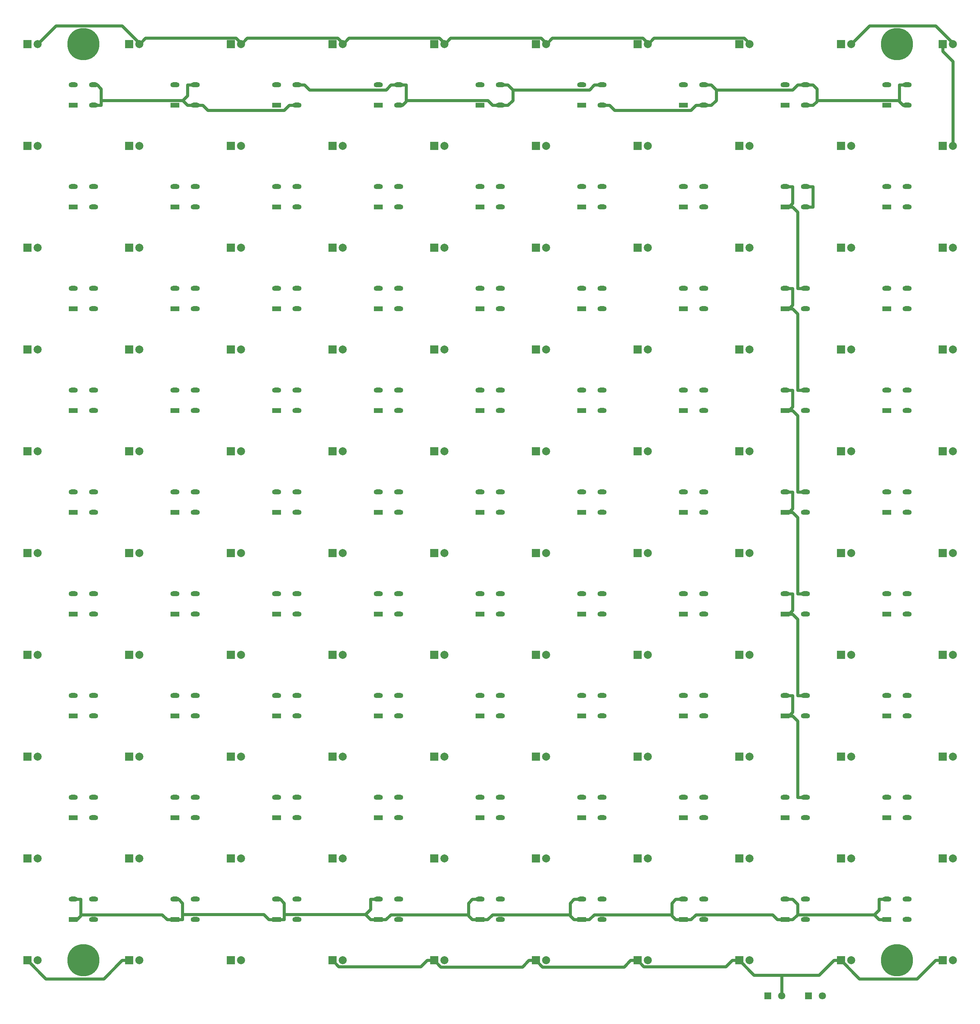
<source format=gbr>
G04 #@! TF.GenerationSoftware,KiCad,Pcbnew,5.1.2-f72e74a~84~ubuntu16.04.1*
G04 #@! TF.CreationDate,2019-10-21T15:23:02-07:00*
G04 #@! TF.ProjectId,dual_led_array,6475616c-5f6c-4656-945f-61727261792e,rev?*
G04 #@! TF.SameCoordinates,Original*
G04 #@! TF.FileFunction,Copper,L1,Top*
G04 #@! TF.FilePolarity,Positive*
%FSLAX46Y46*%
G04 Gerber Fmt 4.6, Leading zero omitted, Abs format (unit mm)*
G04 Created by KiCad (PCBNEW 5.1.2-f72e74a~84~ubuntu16.04.1) date 2019-10-21 15:23:02*
%MOMM*%
%LPD*%
G04 APERTURE LIST*
%ADD10C,8.026400*%
%ADD11C,2.000000*%
%ADD12R,2.000000X2.000000*%
%ADD13O,2.286000X1.270000*%
%ADD14R,2.286000X1.270000*%
%ADD15C,1.800000*%
%ADD16R,1.800000X1.800000*%
%ADD17C,0.762000*%
G04 APERTURE END LIST*
D10*
X279400000Y-292100000D03*
X76200000Y-292100000D03*
X76200000Y-63500000D03*
X279400000Y-63500000D03*
D11*
X64770000Y-63500000D03*
D12*
X62230000Y-63500000D03*
D11*
X64770000Y-88900000D03*
D12*
X62230000Y-88900000D03*
D11*
X64770000Y-114300000D03*
D12*
X62230000Y-114300000D03*
D11*
X64770000Y-139700000D03*
D12*
X62230000Y-139700000D03*
D11*
X64770000Y-165100000D03*
D12*
X62230000Y-165100000D03*
D11*
X64770000Y-190500000D03*
D12*
X62230000Y-190500000D03*
D11*
X64770000Y-215900000D03*
D12*
X62230000Y-215900000D03*
D11*
X64770000Y-241300000D03*
D12*
X62230000Y-241300000D03*
D11*
X64770000Y-266700000D03*
D12*
X62230000Y-266700000D03*
D11*
X64770000Y-292100000D03*
D12*
X62230000Y-292100000D03*
D11*
X90170000Y-63500000D03*
D12*
X87630000Y-63500000D03*
D11*
X90170000Y-88900000D03*
D12*
X87630000Y-88900000D03*
D11*
X90170000Y-114300000D03*
D12*
X87630000Y-114300000D03*
D11*
X90170000Y-139700000D03*
D12*
X87630000Y-139700000D03*
D11*
X90170000Y-165100000D03*
D12*
X87630000Y-165100000D03*
D11*
X90170000Y-190500000D03*
D12*
X87630000Y-190500000D03*
D11*
X90170000Y-215900000D03*
D12*
X87630000Y-215900000D03*
D11*
X90170000Y-241300000D03*
D12*
X87630000Y-241300000D03*
D11*
X90170000Y-266700000D03*
D12*
X87630000Y-266700000D03*
D11*
X90170000Y-292100000D03*
D12*
X87630000Y-292100000D03*
D11*
X115570000Y-63500000D03*
D12*
X113030000Y-63500000D03*
D11*
X115570000Y-88900000D03*
D12*
X113030000Y-88900000D03*
D11*
X115570000Y-114300000D03*
D12*
X113030000Y-114300000D03*
D11*
X115570000Y-139700000D03*
D12*
X113030000Y-139700000D03*
D11*
X115570000Y-165100000D03*
D12*
X113030000Y-165100000D03*
D11*
X115570000Y-190500000D03*
D12*
X113030000Y-190500000D03*
D11*
X115570000Y-215900000D03*
D12*
X113030000Y-215900000D03*
D11*
X115570000Y-241300000D03*
D12*
X113030000Y-241300000D03*
D11*
X115570000Y-266700000D03*
D12*
X113030000Y-266700000D03*
D11*
X115570000Y-292100000D03*
D12*
X113030000Y-292100000D03*
D11*
X140970000Y-63500000D03*
D12*
X138430000Y-63500000D03*
D11*
X140970000Y-88900000D03*
D12*
X138430000Y-88900000D03*
D11*
X140970000Y-114300000D03*
D12*
X138430000Y-114300000D03*
D11*
X140970000Y-139700000D03*
D12*
X138430000Y-139700000D03*
D11*
X140970000Y-165100000D03*
D12*
X138430000Y-165100000D03*
D11*
X140970000Y-190500000D03*
D12*
X138430000Y-190500000D03*
D11*
X140970000Y-215900000D03*
D12*
X138430000Y-215900000D03*
D11*
X140970000Y-241300000D03*
D12*
X138430000Y-241300000D03*
D11*
X140970000Y-266700000D03*
D12*
X138430000Y-266700000D03*
D11*
X140970000Y-292100000D03*
D12*
X138430000Y-292100000D03*
D11*
X166370000Y-63500000D03*
D12*
X163830000Y-63500000D03*
D11*
X166370000Y-88900000D03*
D12*
X163830000Y-88900000D03*
D11*
X166370000Y-114300000D03*
D12*
X163830000Y-114300000D03*
D11*
X166370000Y-139700000D03*
D12*
X163830000Y-139700000D03*
D11*
X166370000Y-165100000D03*
D12*
X163830000Y-165100000D03*
D11*
X166370000Y-190500000D03*
D12*
X163830000Y-190500000D03*
D11*
X166370000Y-215900000D03*
D12*
X163830000Y-215900000D03*
D11*
X166370000Y-241300000D03*
D12*
X163830000Y-241300000D03*
D11*
X166370000Y-266700000D03*
D12*
X163830000Y-266700000D03*
D11*
X166370000Y-292100000D03*
D12*
X163830000Y-292100000D03*
D11*
X191770000Y-63500000D03*
D12*
X189230000Y-63500000D03*
D11*
X191770000Y-88900000D03*
D12*
X189230000Y-88900000D03*
D11*
X191770000Y-114300000D03*
D12*
X189230000Y-114300000D03*
D11*
X191770000Y-139700000D03*
D12*
X189230000Y-139700000D03*
D11*
X191770000Y-165100000D03*
D12*
X189230000Y-165100000D03*
D11*
X191770000Y-190500000D03*
D12*
X189230000Y-190500000D03*
D11*
X191770000Y-215900000D03*
D12*
X189230000Y-215900000D03*
D11*
X191770000Y-241300000D03*
D12*
X189230000Y-241300000D03*
D11*
X191770000Y-266700000D03*
D12*
X189230000Y-266700000D03*
D11*
X191770000Y-292100000D03*
D12*
X189230000Y-292100000D03*
D11*
X217170000Y-63500000D03*
D12*
X214630000Y-63500000D03*
D11*
X217170000Y-88900000D03*
D12*
X214630000Y-88900000D03*
D11*
X217170000Y-114300000D03*
D12*
X214630000Y-114300000D03*
D11*
X217170000Y-139700000D03*
D12*
X214630000Y-139700000D03*
D11*
X217170000Y-165100000D03*
D12*
X214630000Y-165100000D03*
D11*
X217170000Y-190500000D03*
D12*
X214630000Y-190500000D03*
D11*
X217170000Y-215900000D03*
D12*
X214630000Y-215900000D03*
D11*
X217170000Y-241300000D03*
D12*
X214630000Y-241300000D03*
D11*
X217170000Y-266700000D03*
D12*
X214630000Y-266700000D03*
D11*
X217170000Y-292100000D03*
D12*
X214630000Y-292100000D03*
D11*
X242570000Y-63500000D03*
D12*
X240030000Y-63500000D03*
D11*
X242570000Y-88900000D03*
D12*
X240030000Y-88900000D03*
D11*
X242570000Y-114300000D03*
D12*
X240030000Y-114300000D03*
D11*
X242570000Y-139700000D03*
D12*
X240030000Y-139700000D03*
D11*
X242570000Y-165100000D03*
D12*
X240030000Y-165100000D03*
D11*
X242570000Y-190500000D03*
D12*
X240030000Y-190500000D03*
D11*
X242570000Y-215900000D03*
D12*
X240030000Y-215900000D03*
D11*
X242570000Y-241300000D03*
D12*
X240030000Y-241300000D03*
D11*
X242570000Y-266700000D03*
D12*
X240030000Y-266700000D03*
D11*
X242570000Y-292100000D03*
D12*
X240030000Y-292100000D03*
D11*
X267970000Y-63500000D03*
D12*
X265430000Y-63500000D03*
D11*
X267970000Y-88900000D03*
D12*
X265430000Y-88900000D03*
D11*
X267970000Y-114300000D03*
D12*
X265430000Y-114300000D03*
D11*
X267970000Y-139700000D03*
D12*
X265430000Y-139700000D03*
D11*
X267970000Y-165100000D03*
D12*
X265430000Y-165100000D03*
D11*
X267970000Y-190500000D03*
D12*
X265430000Y-190500000D03*
D11*
X267970000Y-215900000D03*
D12*
X265430000Y-215900000D03*
D11*
X267970000Y-241300000D03*
D12*
X265430000Y-241300000D03*
D11*
X267970000Y-266700000D03*
D12*
X265430000Y-266700000D03*
D11*
X267970000Y-292100000D03*
D12*
X265430000Y-292100000D03*
D11*
X293370000Y-63500000D03*
D12*
X290830000Y-63500000D03*
D11*
X293370000Y-88900000D03*
D12*
X290830000Y-88900000D03*
D11*
X293370000Y-114300000D03*
D12*
X290830000Y-114300000D03*
D11*
X293370000Y-139700000D03*
D12*
X290830000Y-139700000D03*
D11*
X293370000Y-165100000D03*
D12*
X290830000Y-165100000D03*
D11*
X293370000Y-190500000D03*
D12*
X290830000Y-190500000D03*
D11*
X293370000Y-215900000D03*
D12*
X290830000Y-215900000D03*
D11*
X293370000Y-241300000D03*
D12*
X290830000Y-241300000D03*
D11*
X293370000Y-266700000D03*
D12*
X290830000Y-266700000D03*
D11*
X293370000Y-292100000D03*
D12*
X290830000Y-292100000D03*
D13*
X73660000Y-73660000D03*
X78740000Y-73660000D03*
X78740000Y-78740000D03*
D14*
X73660000Y-78740000D03*
D13*
X73660000Y-99060000D03*
X78740000Y-99060000D03*
X78740000Y-104140000D03*
D14*
X73660000Y-104140000D03*
D13*
X73660000Y-124460000D03*
X78740000Y-124460000D03*
X78740000Y-129540000D03*
D14*
X73660000Y-129540000D03*
D13*
X73660000Y-149860000D03*
X78740000Y-149860000D03*
X78740000Y-154940000D03*
D14*
X73660000Y-154940000D03*
D13*
X73660000Y-175260000D03*
X78740000Y-175260000D03*
X78740000Y-180340000D03*
D14*
X73660000Y-180340000D03*
D13*
X73660000Y-200660000D03*
X78740000Y-200660000D03*
X78740000Y-205740000D03*
D14*
X73660000Y-205740000D03*
D13*
X73660000Y-226060000D03*
X78740000Y-226060000D03*
X78740000Y-231140000D03*
D14*
X73660000Y-231140000D03*
D13*
X73660000Y-251460000D03*
X78740000Y-251460000D03*
X78740000Y-256540000D03*
D14*
X73660000Y-256540000D03*
D13*
X73660000Y-276860000D03*
X78740000Y-276860000D03*
X78740000Y-281940000D03*
D14*
X73660000Y-281940000D03*
D13*
X99060000Y-73660000D03*
X104140000Y-73660000D03*
X104140000Y-78740000D03*
D14*
X99060000Y-78740000D03*
D13*
X99060000Y-99060000D03*
X104140000Y-99060000D03*
X104140000Y-104140000D03*
D14*
X99060000Y-104140000D03*
D13*
X99060000Y-124460000D03*
X104140000Y-124460000D03*
X104140000Y-129540000D03*
D14*
X99060000Y-129540000D03*
D13*
X99060000Y-149860000D03*
X104140000Y-149860000D03*
X104140000Y-154940000D03*
D14*
X99060000Y-154940000D03*
D13*
X99060000Y-175260000D03*
X104140000Y-175260000D03*
X104140000Y-180340000D03*
D14*
X99060000Y-180340000D03*
D13*
X99060000Y-200660000D03*
X104140000Y-200660000D03*
X104140000Y-205740000D03*
D14*
X99060000Y-205740000D03*
D13*
X99060000Y-226060000D03*
X104140000Y-226060000D03*
X104140000Y-231140000D03*
D14*
X99060000Y-231140000D03*
D13*
X99060000Y-251460000D03*
X104140000Y-251460000D03*
X104140000Y-256540000D03*
D14*
X99060000Y-256540000D03*
D13*
X99060000Y-276860000D03*
X104140000Y-276860000D03*
X104140000Y-281940000D03*
D14*
X99060000Y-281940000D03*
D13*
X124460000Y-73660000D03*
X129540000Y-73660000D03*
X129540000Y-78740000D03*
D14*
X124460000Y-78740000D03*
D13*
X124460000Y-99060000D03*
X129540000Y-99060000D03*
X129540000Y-104140000D03*
D14*
X124460000Y-104140000D03*
D13*
X124460000Y-124460000D03*
X129540000Y-124460000D03*
X129540000Y-129540000D03*
D14*
X124460000Y-129540000D03*
D13*
X124460000Y-149860000D03*
X129540000Y-149860000D03*
X129540000Y-154940000D03*
D14*
X124460000Y-154940000D03*
D13*
X124460000Y-175260000D03*
X129540000Y-175260000D03*
X129540000Y-180340000D03*
D14*
X124460000Y-180340000D03*
D13*
X124460000Y-200660000D03*
X129540000Y-200660000D03*
X129540000Y-205740000D03*
D14*
X124460000Y-205740000D03*
D13*
X124460000Y-226060000D03*
X129540000Y-226060000D03*
X129540000Y-231140000D03*
D14*
X124460000Y-231140000D03*
D13*
X124460000Y-251460000D03*
X129540000Y-251460000D03*
X129540000Y-256540000D03*
D14*
X124460000Y-256540000D03*
D13*
X124460000Y-276860000D03*
X129540000Y-276860000D03*
X129540000Y-281940000D03*
D14*
X124460000Y-281940000D03*
D13*
X149860000Y-73660000D03*
X154940000Y-73660000D03*
X154940000Y-78740000D03*
D14*
X149860000Y-78740000D03*
D13*
X149860000Y-99060000D03*
X154940000Y-99060000D03*
X154940000Y-104140000D03*
D14*
X149860000Y-104140000D03*
D13*
X149860000Y-124460000D03*
X154940000Y-124460000D03*
X154940000Y-129540000D03*
D14*
X149860000Y-129540000D03*
D13*
X149860000Y-149860000D03*
X154940000Y-149860000D03*
X154940000Y-154940000D03*
D14*
X149860000Y-154940000D03*
D13*
X149860000Y-175260000D03*
X154940000Y-175260000D03*
X154940000Y-180340000D03*
D14*
X149860000Y-180340000D03*
D13*
X149860000Y-200660000D03*
X154940000Y-200660000D03*
X154940000Y-205740000D03*
D14*
X149860000Y-205740000D03*
D13*
X149860000Y-226060000D03*
X154940000Y-226060000D03*
X154940000Y-231140000D03*
D14*
X149860000Y-231140000D03*
D13*
X149860000Y-251460000D03*
X154940000Y-251460000D03*
X154940000Y-256540000D03*
D14*
X149860000Y-256540000D03*
D13*
X149860000Y-276860000D03*
X154940000Y-276860000D03*
X154940000Y-281940000D03*
D14*
X149860000Y-281940000D03*
D13*
X175260000Y-73660000D03*
X180340000Y-73660000D03*
X180340000Y-78740000D03*
D14*
X175260000Y-78740000D03*
D13*
X175260000Y-99060000D03*
X180340000Y-99060000D03*
X180340000Y-104140000D03*
D14*
X175260000Y-104140000D03*
D13*
X175260000Y-124460000D03*
X180340000Y-124460000D03*
X180340000Y-129540000D03*
D14*
X175260000Y-129540000D03*
D13*
X175260000Y-149860000D03*
X180340000Y-149860000D03*
X180340000Y-154940000D03*
D14*
X175260000Y-154940000D03*
D13*
X175260000Y-175260000D03*
X180340000Y-175260000D03*
X180340000Y-180340000D03*
D14*
X175260000Y-180340000D03*
D13*
X175260000Y-200660000D03*
X180340000Y-200660000D03*
X180340000Y-205740000D03*
D14*
X175260000Y-205740000D03*
D13*
X175260000Y-226060000D03*
X180340000Y-226060000D03*
X180340000Y-231140000D03*
D14*
X175260000Y-231140000D03*
D13*
X175260000Y-251460000D03*
X180340000Y-251460000D03*
X180340000Y-256540000D03*
D14*
X175260000Y-256540000D03*
D13*
X175260000Y-276860000D03*
X180340000Y-276860000D03*
X180340000Y-281940000D03*
D14*
X175260000Y-281940000D03*
D13*
X200660000Y-73660000D03*
X205740000Y-73660000D03*
X205740000Y-78740000D03*
D14*
X200660000Y-78740000D03*
D13*
X200660000Y-99060000D03*
X205740000Y-99060000D03*
X205740000Y-104140000D03*
D14*
X200660000Y-104140000D03*
D13*
X200660000Y-124460000D03*
X205740000Y-124460000D03*
X205740000Y-129540000D03*
D14*
X200660000Y-129540000D03*
D13*
X200660000Y-149860000D03*
X205740000Y-149860000D03*
X205740000Y-154940000D03*
D14*
X200660000Y-154940000D03*
D13*
X200660000Y-175260000D03*
X205740000Y-175260000D03*
X205740000Y-180340000D03*
D14*
X200660000Y-180340000D03*
D13*
X200660000Y-200660000D03*
X205740000Y-200660000D03*
X205740000Y-205740000D03*
D14*
X200660000Y-205740000D03*
D13*
X200660000Y-226060000D03*
X205740000Y-226060000D03*
X205740000Y-231140000D03*
D14*
X200660000Y-231140000D03*
D13*
X200660000Y-251460000D03*
X205740000Y-251460000D03*
X205740000Y-256540000D03*
D14*
X200660000Y-256540000D03*
D13*
X200660000Y-276860000D03*
X205740000Y-276860000D03*
X205740000Y-281940000D03*
D14*
X200660000Y-281940000D03*
D13*
X226060000Y-73660000D03*
X231140000Y-73660000D03*
X231140000Y-78740000D03*
D14*
X226060000Y-78740000D03*
D13*
X226060000Y-99060000D03*
X231140000Y-99060000D03*
X231140000Y-104140000D03*
D14*
X226060000Y-104140000D03*
D13*
X226060000Y-124460000D03*
X231140000Y-124460000D03*
X231140000Y-129540000D03*
D14*
X226060000Y-129540000D03*
D13*
X226060000Y-149860000D03*
X231140000Y-149860000D03*
X231140000Y-154940000D03*
D14*
X226060000Y-154940000D03*
D13*
X226060000Y-175260000D03*
X231140000Y-175260000D03*
X231140000Y-180340000D03*
D14*
X226060000Y-180340000D03*
D13*
X226060000Y-200660000D03*
X231140000Y-200660000D03*
X231140000Y-205740000D03*
D14*
X226060000Y-205740000D03*
D13*
X226060000Y-226060000D03*
X231140000Y-226060000D03*
X231140000Y-231140000D03*
D14*
X226060000Y-231140000D03*
D13*
X226060000Y-251460000D03*
X231140000Y-251460000D03*
X231140000Y-256540000D03*
D14*
X226060000Y-256540000D03*
D13*
X226060000Y-276860000D03*
X231140000Y-276860000D03*
X231140000Y-281940000D03*
D14*
X226060000Y-281940000D03*
D13*
X251460000Y-73660000D03*
X256540000Y-73660000D03*
X256540000Y-78740000D03*
D14*
X251460000Y-78740000D03*
D13*
X251460000Y-99060000D03*
X256540000Y-99060000D03*
X256540000Y-104140000D03*
D14*
X251460000Y-104140000D03*
D13*
X251460000Y-124460000D03*
X256540000Y-124460000D03*
X256540000Y-129540000D03*
D14*
X251460000Y-129540000D03*
D13*
X251460000Y-149860000D03*
X256540000Y-149860000D03*
X256540000Y-154940000D03*
D14*
X251460000Y-154940000D03*
D13*
X251460000Y-175260000D03*
X256540000Y-175260000D03*
X256540000Y-180340000D03*
D14*
X251460000Y-180340000D03*
D13*
X251460000Y-200660000D03*
X256540000Y-200660000D03*
X256540000Y-205740000D03*
D14*
X251460000Y-205740000D03*
D13*
X251460000Y-226060000D03*
X256540000Y-226060000D03*
X256540000Y-231140000D03*
D14*
X251460000Y-231140000D03*
D13*
X251460000Y-251460000D03*
X256540000Y-251460000D03*
X256540000Y-256540000D03*
D14*
X251460000Y-256540000D03*
D13*
X251460000Y-276860000D03*
X256540000Y-276860000D03*
X256540000Y-281940000D03*
D14*
X251460000Y-281940000D03*
D13*
X276860000Y-73660000D03*
X281940000Y-73660000D03*
X281940000Y-78740000D03*
D14*
X276860000Y-78740000D03*
D13*
X276860000Y-99060000D03*
X281940000Y-99060000D03*
X281940000Y-104140000D03*
D14*
X276860000Y-104140000D03*
D13*
X276860000Y-124460000D03*
X281940000Y-124460000D03*
X281940000Y-129540000D03*
D14*
X276860000Y-129540000D03*
D13*
X276860000Y-149860000D03*
X281940000Y-149860000D03*
X281940000Y-154940000D03*
D14*
X276860000Y-154940000D03*
D13*
X276860000Y-175260000D03*
X281940000Y-175260000D03*
X281940000Y-180340000D03*
D14*
X276860000Y-180340000D03*
D13*
X276860000Y-200660000D03*
X281940000Y-200660000D03*
X281940000Y-205740000D03*
D14*
X276860000Y-205740000D03*
D13*
X276860000Y-226060000D03*
X281940000Y-226060000D03*
X281940000Y-231140000D03*
D14*
X276860000Y-231140000D03*
D13*
X276860000Y-251460000D03*
X281940000Y-251460000D03*
X281940000Y-256540000D03*
D14*
X276860000Y-256540000D03*
D13*
X276860000Y-276860000D03*
X281940000Y-276860000D03*
X281940000Y-281940000D03*
D14*
X276860000Y-281940000D03*
D15*
X250670060Y-300990000D03*
D16*
X247169940Y-300990000D03*
D15*
X260830060Y-300990000D03*
D16*
X257329940Y-300990000D03*
D17*
X141137600Y-63332400D02*
X140970000Y-63500000D01*
X166537600Y-63332400D02*
X165123800Y-61918600D01*
X165123800Y-61918600D02*
X142551400Y-61918600D01*
X142551400Y-61918600D02*
X141137600Y-63332400D01*
X141137600Y-63332400D02*
X139723800Y-61918600D01*
X139723800Y-61918600D02*
X117151400Y-61918600D01*
X117151400Y-61918600D02*
X115737600Y-63332400D01*
X115737600Y-63332400D02*
X115570000Y-63500000D01*
X90337600Y-63332400D02*
X91751400Y-61918600D01*
X91751400Y-61918600D02*
X114323800Y-61918600D01*
X114323800Y-61918600D02*
X115737600Y-63332400D01*
X166537600Y-63332400D02*
X166370000Y-63500000D01*
X191937600Y-63332400D02*
X190523800Y-61918600D01*
X190523800Y-61918600D02*
X167951400Y-61918600D01*
X167951400Y-61918600D02*
X166537600Y-63332400D01*
X191937600Y-63332400D02*
X191770000Y-63500000D01*
X217337600Y-63332400D02*
X215923800Y-61918600D01*
X215923800Y-61918600D02*
X193351400Y-61918600D01*
X193351400Y-61918600D02*
X191937600Y-63332400D01*
X90337600Y-63332400D02*
X90170000Y-63500000D01*
X64770000Y-63500000D02*
X69367800Y-58902200D01*
X69367800Y-58902200D02*
X85907400Y-58902200D01*
X85907400Y-58902200D02*
X90337600Y-63332400D01*
X217337600Y-63332400D02*
X217170000Y-63500000D01*
X242570000Y-63500000D02*
X242570000Y-63203400D01*
X242570000Y-63203400D02*
X241285200Y-61918600D01*
X241285200Y-61918600D02*
X218751400Y-61918600D01*
X218751400Y-61918600D02*
X217337600Y-63332400D01*
X293370000Y-63500000D02*
X293370000Y-63217000D01*
X293370000Y-63217000D02*
X289040800Y-58887800D01*
X289040800Y-58887800D02*
X272582200Y-58887800D01*
X272582200Y-58887800D02*
X267970000Y-63500000D01*
X87630000Y-292100000D02*
X85868000Y-292100000D01*
X85868000Y-292100000D02*
X81273100Y-296694900D01*
X81273100Y-296694900D02*
X66824900Y-296694900D01*
X66824900Y-296694900D02*
X62230000Y-292100000D01*
X163830000Y-292100000D02*
X162068000Y-292100000D01*
X187468000Y-292100000D02*
X185840200Y-293727800D01*
X185840200Y-293727800D02*
X165457800Y-293727800D01*
X165457800Y-293727800D02*
X163830000Y-292100000D01*
X162068000Y-292100000D02*
X160485100Y-293682900D01*
X160485100Y-293682900D02*
X140012900Y-293682900D01*
X140012900Y-293682900D02*
X138430000Y-292100000D01*
X189230000Y-292100000D02*
X187468000Y-292100000D01*
X212868000Y-292100000D02*
X211254300Y-293713700D01*
X211254300Y-293713700D02*
X190843700Y-293713700D01*
X190843700Y-293713700D02*
X189230000Y-292100000D01*
X290830000Y-292100000D02*
X289068000Y-292100000D01*
X289068000Y-292100000D02*
X284431800Y-296736200D01*
X284431800Y-296736200D02*
X270066200Y-296736200D01*
X270066200Y-296736200D02*
X265430000Y-292100000D01*
X250670100Y-295802300D02*
X259965700Y-295802300D01*
X259965700Y-295802300D02*
X263668000Y-292100000D01*
X240030000Y-292100000D02*
X243732300Y-295802300D01*
X243732300Y-295802300D02*
X250670100Y-295802300D01*
X250670100Y-300990000D02*
X250670100Y-295802300D01*
X265430000Y-292100000D02*
X263668000Y-292100000D01*
X214630000Y-292100000D02*
X216211400Y-293681400D01*
X216211400Y-293681400D02*
X236686600Y-293681400D01*
X236686600Y-293681400D02*
X238268000Y-292100000D01*
X214630000Y-292100000D02*
X212868000Y-292100000D01*
X240030000Y-292100000D02*
X238268000Y-292100000D01*
X290830000Y-63500000D02*
X290830000Y-65262000D01*
X293370000Y-88900000D02*
X293370000Y-67802000D01*
X293370000Y-67802000D02*
X290830000Y-65262000D01*
X259420800Y-77523600D02*
X259420800Y-74635800D01*
X259420800Y-74635800D02*
X258445000Y-73660000D01*
X258445000Y-78740000D02*
X259420800Y-77764200D01*
X259420800Y-77764200D02*
X259420800Y-77523600D01*
X259420800Y-77523600D02*
X280035000Y-77523600D01*
X256540000Y-73660000D02*
X258445000Y-73660000D01*
X256540000Y-78740000D02*
X258445000Y-78740000D01*
X280035000Y-77523600D02*
X280035000Y-73660000D01*
X280987500Y-78740000D02*
X280035000Y-77787500D01*
X280035000Y-77787500D02*
X280035000Y-77523600D01*
X281940000Y-73660000D02*
X280035000Y-73660000D01*
X281940000Y-78740000D02*
X280987500Y-78740000D01*
X234312600Y-74927600D02*
X233045000Y-73660000D01*
X254635000Y-73660000D02*
X253367400Y-74927600D01*
X253367400Y-74927600D02*
X234312600Y-74927600D01*
X234312600Y-74927600D02*
X234312600Y-77472400D01*
X234312600Y-77472400D02*
X233045000Y-78740000D01*
X231140000Y-78740000D02*
X233045000Y-78740000D01*
X183480200Y-74895200D02*
X182245000Y-73660000D01*
X203835000Y-73660000D02*
X202599800Y-74895200D01*
X202599800Y-74895200D02*
X183480200Y-74895200D01*
X183480200Y-74895200D02*
X183480200Y-77504800D01*
X183480200Y-77504800D02*
X182245000Y-78740000D01*
X180340000Y-78740000D02*
X182245000Y-78740000D01*
X180340000Y-78740000D02*
X178435000Y-78740000D01*
X156845000Y-77523600D02*
X156845000Y-73660000D01*
X155892500Y-78740000D02*
X156845000Y-77787500D01*
X156845000Y-77787500D02*
X156845000Y-77523600D01*
X178435000Y-78740000D02*
X177218600Y-77523600D01*
X177218600Y-77523600D02*
X156845000Y-77523600D01*
X154940000Y-73660000D02*
X156845000Y-73660000D01*
X154940000Y-78740000D02*
X155892500Y-78740000D01*
X129540000Y-73660000D02*
X131445000Y-73660000D01*
X154940000Y-73660000D02*
X153035000Y-73660000D01*
X153035000Y-73660000D02*
X151818600Y-74876400D01*
X151818600Y-74876400D02*
X132661400Y-74876400D01*
X132661400Y-74876400D02*
X131445000Y-73660000D01*
X101018600Y-77523600D02*
X80645000Y-77523600D01*
X102235000Y-78740000D02*
X101018600Y-77523600D01*
X101018600Y-77523600D02*
X102235000Y-76307200D01*
X102235000Y-76307200D02*
X102235000Y-73660000D01*
X104140000Y-73660000D02*
X102235000Y-73660000D01*
X129540000Y-78740000D02*
X127635000Y-78740000D01*
X104140000Y-78740000D02*
X102235000Y-78740000D01*
X80645000Y-77523600D02*
X80645000Y-78740000D01*
X79692500Y-73660000D02*
X80645000Y-74612500D01*
X80645000Y-74612500D02*
X80645000Y-77523600D01*
X105092500Y-78740000D02*
X104140000Y-78740000D01*
X105092500Y-78740000D02*
X106045000Y-78740000D01*
X78740000Y-78740000D02*
X80645000Y-78740000D01*
X78740000Y-73660000D02*
X79692500Y-73660000D01*
X180340000Y-73660000D02*
X182245000Y-73660000D01*
X205740000Y-73660000D02*
X203835000Y-73660000D01*
X205740000Y-78740000D02*
X207645000Y-78740000D01*
X231140000Y-78740000D02*
X229235000Y-78740000D01*
X229235000Y-78740000D02*
X227990100Y-79984900D01*
X227990100Y-79984900D02*
X208889900Y-79984900D01*
X208889900Y-79984900D02*
X207645000Y-78740000D01*
X127635000Y-78740000D02*
X126390100Y-79984900D01*
X126390100Y-79984900D02*
X107289900Y-79984900D01*
X107289900Y-79984900D02*
X106045000Y-78740000D01*
X231140000Y-73660000D02*
X233045000Y-73660000D01*
X256540000Y-73660000D02*
X254635000Y-73660000D01*
X273738600Y-280723600D02*
X254581400Y-280723600D01*
X274955000Y-281940000D02*
X273738600Y-280723600D01*
X273738600Y-280723600D02*
X274955000Y-279507200D01*
X274955000Y-279507200D02*
X274955000Y-276860000D01*
X276860000Y-276860000D02*
X274955000Y-276860000D01*
X254581400Y-280723600D02*
X253365000Y-281940000D01*
X254581400Y-280723600D02*
X254581400Y-278076400D01*
X254581400Y-278076400D02*
X253365000Y-276860000D01*
X251460000Y-276860000D02*
X253365000Y-276860000D01*
X251460000Y-281940000D02*
X253365000Y-281940000D01*
X276860000Y-281940000D02*
X274955000Y-281940000D01*
X146685000Y-280670000D02*
X126365000Y-280670000D01*
X147955000Y-281940000D02*
X146685000Y-280670000D01*
X146685000Y-280670000D02*
X147955000Y-279400000D01*
X147955000Y-279400000D02*
X147955000Y-276860000D01*
X149860000Y-276860000D02*
X147955000Y-276860000D01*
X172390000Y-280690400D02*
X172390000Y-277825000D01*
X172390000Y-277825000D02*
X173355000Y-276860000D01*
X173355000Y-281940000D02*
X172390000Y-280975000D01*
X172390000Y-280975000D02*
X172390000Y-280690400D01*
X172390000Y-280690400D02*
X153014600Y-280690400D01*
X153014600Y-280690400D02*
X151765000Y-281940000D01*
X149860000Y-281940000D02*
X151765000Y-281940000D01*
X175260000Y-276860000D02*
X173355000Y-276860000D01*
X197790000Y-280690400D02*
X197790000Y-277825000D01*
X197790000Y-277825000D02*
X198755000Y-276860000D01*
X198755000Y-281940000D02*
X197790000Y-280975000D01*
X197790000Y-280975000D02*
X197790000Y-280690400D01*
X197790000Y-280690400D02*
X178414600Y-280690400D01*
X178414600Y-280690400D02*
X177165000Y-281940000D01*
X175260000Y-281940000D02*
X177165000Y-281940000D01*
X200660000Y-276860000D02*
X198755000Y-276860000D01*
X223190000Y-280690400D02*
X223190000Y-277825000D01*
X223190000Y-277825000D02*
X224155000Y-276860000D01*
X224155000Y-281940000D02*
X223190000Y-280975000D01*
X223190000Y-280975000D02*
X223190000Y-280690400D01*
X223190000Y-280690400D02*
X203814600Y-280690400D01*
X203814600Y-280690400D02*
X202565000Y-281940000D01*
X200660000Y-281940000D02*
X202565000Y-281940000D01*
X226060000Y-281940000D02*
X227965000Y-281940000D01*
X251460000Y-281940000D02*
X249555000Y-281940000D01*
X249555000Y-281940000D02*
X248338600Y-280723600D01*
X248338600Y-280723600D02*
X229181400Y-280723600D01*
X229181400Y-280723600D02*
X227965000Y-281940000D01*
X226060000Y-276860000D02*
X224155000Y-276860000D01*
X226060000Y-281940000D02*
X224155000Y-281940000D01*
X200660000Y-281940000D02*
X198755000Y-281940000D01*
X175260000Y-281940000D02*
X173355000Y-281940000D01*
X126365000Y-280670000D02*
X126365000Y-281940000D01*
X125412500Y-276860000D02*
X126365000Y-277812500D01*
X126365000Y-277812500D02*
X126365000Y-280670000D01*
X149860000Y-281940000D02*
X147955000Y-281940000D01*
X124460000Y-281940000D02*
X126365000Y-281940000D01*
X124460000Y-276860000D02*
X125412500Y-276860000D01*
X100965000Y-280670000D02*
X100965000Y-281940000D01*
X100012500Y-276860000D02*
X100965000Y-277812500D01*
X100965000Y-277812500D02*
X100965000Y-280670000D01*
X122555000Y-281940000D02*
X121285000Y-280670000D01*
X121285000Y-280670000D02*
X100965000Y-280670000D01*
X124460000Y-281940000D02*
X122555000Y-281940000D01*
X99060000Y-281940000D02*
X100965000Y-281940000D01*
X99060000Y-276860000D02*
X100012500Y-276860000D01*
X75565000Y-280689800D02*
X75565000Y-276860000D01*
X74612500Y-281940000D02*
X75565000Y-280987500D01*
X75565000Y-280987500D02*
X75565000Y-280689800D01*
X97155000Y-281940000D02*
X95904800Y-280689800D01*
X95904800Y-280689800D02*
X75565000Y-280689800D01*
X99060000Y-281940000D02*
X97155000Y-281940000D01*
X73660000Y-276860000D02*
X75565000Y-276860000D01*
X73660000Y-281940000D02*
X74612500Y-281940000D01*
X256540000Y-99060000D02*
X258445000Y-99060000D01*
X256540000Y-104140000D02*
X258445000Y-104140000D01*
X258445000Y-104140000D02*
X258445000Y-99060000D01*
X251460000Y-99060000D02*
X253365000Y-99060000D01*
X252412500Y-104140000D02*
X253365000Y-103187500D01*
X253365000Y-103187500D02*
X253365000Y-99060000D01*
X252412500Y-104140000D02*
X253365000Y-104140000D01*
X251460000Y-104140000D02*
X252412500Y-104140000D01*
X256540000Y-124460000D02*
X254635000Y-124460000D01*
X254635000Y-124460000D02*
X254635000Y-105410000D01*
X254635000Y-105410000D02*
X253365000Y-104140000D01*
X251460000Y-124460000D02*
X253365000Y-124460000D01*
X252412500Y-129540000D02*
X253365000Y-128587500D01*
X253365000Y-128587500D02*
X253365000Y-124460000D01*
X252412500Y-129540000D02*
X253365000Y-129540000D01*
X251460000Y-129540000D02*
X252412500Y-129540000D01*
X256540000Y-149860000D02*
X254635000Y-149860000D01*
X254635000Y-149860000D02*
X254635000Y-130810000D01*
X254635000Y-130810000D02*
X253365000Y-129540000D01*
X251460000Y-149860000D02*
X253365000Y-149860000D01*
X252412500Y-154940000D02*
X253365000Y-153987500D01*
X253365000Y-153987500D02*
X253365000Y-149860000D01*
X252412500Y-154940000D02*
X253365000Y-154940000D01*
X251460000Y-154940000D02*
X252412500Y-154940000D01*
X256540000Y-175260000D02*
X254635000Y-175260000D01*
X254635000Y-175260000D02*
X254635000Y-156210000D01*
X254635000Y-156210000D02*
X253365000Y-154940000D01*
X251460000Y-175260000D02*
X253365000Y-175260000D01*
X252412500Y-180340000D02*
X253365000Y-179387500D01*
X253365000Y-179387500D02*
X253365000Y-175260000D01*
X252412500Y-180340000D02*
X253365000Y-180340000D01*
X251460000Y-180340000D02*
X252412500Y-180340000D01*
X256540000Y-200660000D02*
X254635000Y-200660000D01*
X254635000Y-200660000D02*
X254635000Y-181610000D01*
X254635000Y-181610000D02*
X253365000Y-180340000D01*
X251460000Y-200660000D02*
X253365000Y-200660000D01*
X252412500Y-205740000D02*
X253365000Y-204787500D01*
X253365000Y-204787500D02*
X253365000Y-200660000D01*
X252412500Y-205740000D02*
X253365000Y-205740000D01*
X251460000Y-205740000D02*
X252412500Y-205740000D01*
X256540000Y-226060000D02*
X254635000Y-226060000D01*
X254635000Y-226060000D02*
X254635000Y-207010000D01*
X254635000Y-207010000D02*
X253365000Y-205740000D01*
X251460000Y-226060000D02*
X253365000Y-226060000D01*
X252412500Y-231140000D02*
X253365000Y-230187500D01*
X253365000Y-230187500D02*
X253365000Y-226060000D01*
X252412500Y-231140000D02*
X253365000Y-231140000D01*
X251460000Y-231140000D02*
X252412500Y-231140000D01*
X256540000Y-251460000D02*
X254635000Y-251460000D01*
X254635000Y-251460000D02*
X254635000Y-232410000D01*
X254635000Y-232410000D02*
X253365000Y-231140000D01*
M02*

</source>
